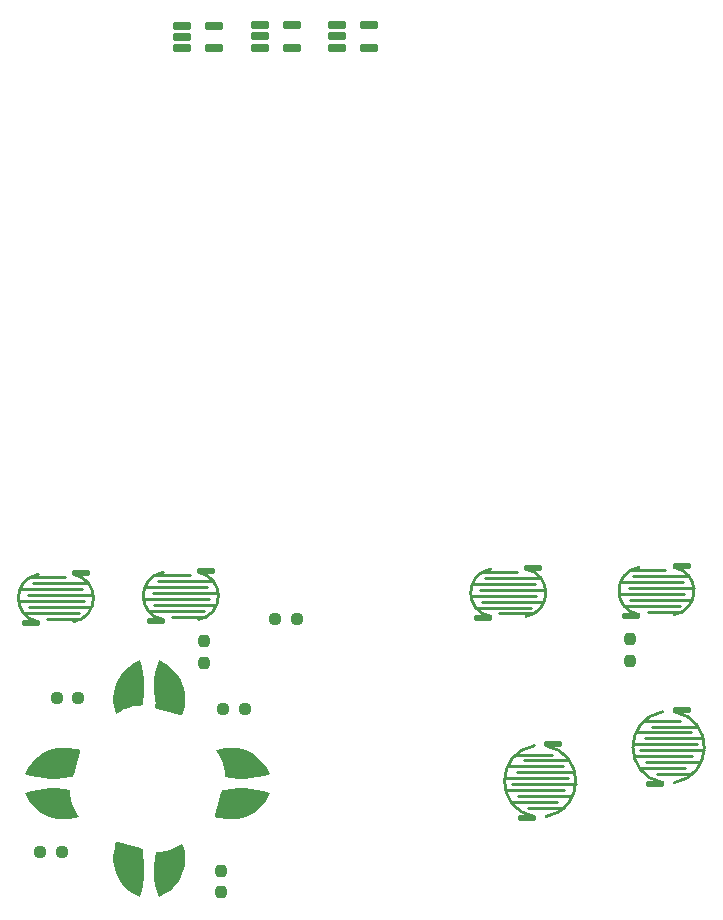
<source format=gbr>
%TF.GenerationSoftware,KiCad,Pcbnew,8.0.7*%
%TF.CreationDate,2025-01-02T12:18:16+01:00*%
%TF.ProjectId,redroid_go,72656472-6f69-4645-9f67-6f2e6b696361,rev?*%
%TF.SameCoordinates,Original*%
%TF.FileFunction,Paste,Top*%
%TF.FilePolarity,Positive*%
%FSLAX46Y46*%
G04 Gerber Fmt 4.6, Leading zero omitted, Abs format (unit mm)*
G04 Created by KiCad (PCBNEW 8.0.7) date 2025-01-02 12:18:16*
%MOMM*%
%LPD*%
G01*
G04 APERTURE LIST*
G04 Aperture macros list*
%AMRoundRect*
0 Rectangle with rounded corners*
0 $1 Rounding radius*
0 $2 $3 $4 $5 $6 $7 $8 $9 X,Y pos of 4 corners*
0 Add a 4 corners polygon primitive as box body*
4,1,4,$2,$3,$4,$5,$6,$7,$8,$9,$2,$3,0*
0 Add four circle primitives for the rounded corners*
1,1,$1+$1,$2,$3*
1,1,$1+$1,$4,$5*
1,1,$1+$1,$6,$7*
1,1,$1+$1,$8,$9*
0 Add four rect primitives between the rounded corners*
20,1,$1+$1,$2,$3,$4,$5,0*
20,1,$1+$1,$4,$5,$6,$7,0*
20,1,$1+$1,$6,$7,$8,$9,0*
20,1,$1+$1,$8,$9,$2,$3,0*%
G04 Aperture macros list end*
%ADD10C,0.000000*%
%ADD11C,0.254000*%
%ADD12RoundRect,0.250000X-0.258809X-0.965928X0.258829X0.965923X0.258809X0.965928X-0.258829X-0.965923X0*%
%ADD13RoundRect,0.250000X-0.258829X0.965923X0.258809X-0.965928X0.258829X-0.965923X-0.258809X0.965928X0*%
%ADD14RoundRect,0.250000X0.965923X0.258829X-0.965928X-0.258809X-0.965923X-0.258829X0.965928X0.258809X0*%
%ADD15RoundRect,0.250000X-0.965928X0.258809X0.965923X-0.258829X0.965928X-0.258809X-0.965923X0.258829X0*%
%ADD16RoundRect,0.250000X0.965928X-0.258809X-0.965923X0.258829X-0.965928X0.258809X0.965923X-0.258829X0*%
%ADD17RoundRect,0.250000X-0.965923X-0.258829X0.965928X0.258809X0.965923X0.258829X-0.965928X-0.258809X0*%
%ADD18RoundRect,0.127000X-0.623000X-0.127000X0.623000X-0.127000X0.623000X0.127000X-0.623000X0.127000X0*%
%ADD19RoundRect,0.127000X0.623000X0.127000X-0.623000X0.127000X-0.623000X-0.127000X0.623000X-0.127000X0*%
%ADD20RoundRect,0.237500X-0.237500X0.250000X-0.237500X-0.250000X0.237500X-0.250000X0.237500X0.250000X0*%
%ADD21RoundRect,0.250000X0.258809X0.965928X-0.258829X-0.965923X-0.258809X-0.965928X0.258829X0.965923X0*%
%ADD22RoundRect,0.250000X0.258829X-0.965923X-0.258809X0.965928X-0.258829X0.965923X0.258809X-0.965928X0*%
%ADD23RoundRect,0.237500X-0.250000X-0.237500X0.250000X-0.237500X0.250000X0.237500X-0.250000X0.237500X0*%
%ADD24RoundRect,0.162500X-0.617500X-0.162500X0.617500X-0.162500X0.617500X0.162500X-0.617500X0.162500X0*%
%ADD25RoundRect,0.237500X0.237500X-0.250000X0.237500X0.250000X-0.237500X0.250000X-0.237500X-0.250000X0*%
%ADD26RoundRect,0.237500X0.250000X0.237500X-0.250000X0.237500X-0.250000X-0.237500X0.250000X-0.237500X0*%
G04 APERTURE END LIST*
D10*
%TO.C,SW3*%
G36*
X137573519Y-118106934D02*
G01*
X138661584Y-118238609D01*
X138703905Y-118645707D01*
X138779514Y-119037059D01*
X138888949Y-119420346D01*
X139031377Y-119792643D01*
X139205702Y-120151095D01*
X139419086Y-120507141D01*
X139056735Y-120625139D01*
X138698970Y-120701429D01*
X138335189Y-120739905D01*
X137969381Y-120740144D01*
X137605551Y-120702145D01*
X137247686Y-120626323D01*
X136899707Y-120513510D01*
X136565427Y-120364941D01*
X136248507Y-120182243D01*
X135952420Y-119967421D01*
X135680411Y-119722824D01*
X135435460Y-119451136D01*
X135220052Y-119155060D01*
X134881763Y-118492204D01*
X135416949Y-118331933D01*
X135948200Y-118215272D01*
X136486684Y-118138636D01*
X137029389Y-118102456D01*
X137573519Y-118106934D01*
G37*
G36*
X138335189Y-114660095D02*
G01*
X138698970Y-114698571D01*
X139056735Y-114774861D01*
X139419086Y-114892859D01*
X139205702Y-115248905D01*
X139031377Y-115607357D01*
X138888949Y-115979654D01*
X138779514Y-116362941D01*
X138703905Y-116754293D01*
X138661584Y-117161391D01*
X137573519Y-117293066D01*
X137029389Y-117297544D01*
X136486684Y-117261364D01*
X135948200Y-117184728D01*
X135416949Y-117068067D01*
X134881763Y-116907796D01*
X135220052Y-116244940D01*
X135435460Y-115948864D01*
X135680411Y-115677176D01*
X135952420Y-115432579D01*
X136248507Y-115217757D01*
X136565427Y-115035059D01*
X136899707Y-114886490D01*
X137247686Y-114773677D01*
X137605551Y-114697855D01*
X137969381Y-114659856D01*
X138335189Y-114660095D01*
G37*
%TO.C,SW1*%
G36*
X146855060Y-107620052D02*
G01*
X147151136Y-107835460D01*
X147422824Y-108080411D01*
X147667421Y-108352420D01*
X147882243Y-108648507D01*
X148064941Y-108965427D01*
X148213510Y-109299707D01*
X148326323Y-109647686D01*
X148402145Y-110005551D01*
X148440144Y-110369381D01*
X148439905Y-110735189D01*
X148401429Y-111098970D01*
X148325139Y-111456735D01*
X148207141Y-111819086D01*
X147851095Y-111605702D01*
X147492643Y-111431377D01*
X147120346Y-111288949D01*
X146737059Y-111179514D01*
X146345707Y-111103905D01*
X145938609Y-111061584D01*
X145806934Y-109973519D01*
X145802456Y-109429389D01*
X145838636Y-108886684D01*
X145915272Y-108348200D01*
X146031933Y-107816949D01*
X146192204Y-107281763D01*
X146855060Y-107620052D01*
G37*
G36*
X144768067Y-107816949D02*
G01*
X144884728Y-108348200D01*
X144961364Y-108886684D01*
X144997544Y-109429389D01*
X144993066Y-109973519D01*
X144861391Y-111061584D01*
X144454293Y-111103905D01*
X144062941Y-111179514D01*
X143679654Y-111288949D01*
X143307357Y-111431377D01*
X142948905Y-111605702D01*
X142592859Y-111819086D01*
X142474861Y-111456735D01*
X142398571Y-111098970D01*
X142360095Y-110735189D01*
X142359856Y-110369381D01*
X142397855Y-110005551D01*
X142473677Y-109647686D01*
X142586490Y-109299707D01*
X142735059Y-108965427D01*
X142917757Y-108648507D01*
X143132579Y-108352420D01*
X143377176Y-108080411D01*
X143648864Y-107835460D01*
X143944940Y-107620052D01*
X144607796Y-107281763D01*
X144768067Y-107816949D01*
G37*
%TO.C,SW2*%
G36*
X142948905Y-122994298D02*
G01*
X143307357Y-123168623D01*
X143679654Y-123311051D01*
X144062941Y-123420486D01*
X144454293Y-123496095D01*
X144861391Y-123538416D01*
X144993066Y-124626481D01*
X144997544Y-125170611D01*
X144961364Y-125713316D01*
X144884728Y-126251800D01*
X144768067Y-126783051D01*
X144607796Y-127318237D01*
X143944940Y-126979948D01*
X143648864Y-126764540D01*
X143377176Y-126519589D01*
X143132579Y-126247580D01*
X142917757Y-125951493D01*
X142735059Y-125634573D01*
X142586490Y-125300293D01*
X142473677Y-124952314D01*
X142397855Y-124594449D01*
X142359856Y-124230619D01*
X142360095Y-123864811D01*
X142398571Y-123501030D01*
X142474861Y-123143265D01*
X142592859Y-122780914D01*
X142948905Y-122994298D01*
G37*
G36*
X148325139Y-123143265D02*
G01*
X148401429Y-123501030D01*
X148439905Y-123864811D01*
X148440144Y-124230619D01*
X148402145Y-124594449D01*
X148326323Y-124952314D01*
X148213510Y-125300293D01*
X148064941Y-125634573D01*
X147882243Y-125951493D01*
X147667421Y-126247580D01*
X147422824Y-126519589D01*
X147151136Y-126764540D01*
X146855060Y-126979948D01*
X146192204Y-127318237D01*
X146031933Y-126783051D01*
X145915272Y-126251800D01*
X145838636Y-125713316D01*
X145802456Y-125170611D01*
X145806934Y-124626481D01*
X145938609Y-123538416D01*
X146345707Y-123496095D01*
X146737059Y-123420486D01*
X147120346Y-123311051D01*
X147492643Y-123168623D01*
X147851095Y-122994298D01*
X148207141Y-122780914D01*
X148325139Y-123143265D01*
G37*
D11*
%TO.C,SW8*%
X189100000Y-99650000D02*
X186200000Y-99650000D01*
X190300000Y-102650000D02*
X185600000Y-102650000D01*
X190500000Y-103150000D02*
X187600000Y-103150000D01*
X190600000Y-100650000D02*
X185400000Y-100650000D01*
X190700000Y-101650000D02*
X185300000Y-101650000D01*
X191100000Y-100150000D02*
X186400000Y-100150000D01*
X191300000Y-102150000D02*
X186100000Y-102150000D01*
X191500000Y-101150000D02*
X186000000Y-101150000D01*
X186850000Y-103400000D02*
G75*
G02*
X186850000Y-99400000I352654J2000000D01*
G01*
X189850000Y-99400000D02*
G75*
G02*
X189850000Y-103400000I-352654J-2000000D01*
G01*
%TO.C,SW9*%
X175500000Y-117250000D02*
X180900000Y-117250000D01*
X176100000Y-119250000D02*
X179900000Y-119250000D01*
X176500000Y-116750000D02*
X181400000Y-116750000D01*
X176600000Y-118750000D02*
X181200000Y-118750000D01*
X177500000Y-119750000D02*
X180500000Y-119750000D01*
X179500000Y-115250000D02*
X176500000Y-115250000D01*
X180400000Y-116250000D02*
X175800000Y-116250000D01*
X180500000Y-118250000D02*
X175600000Y-118250000D01*
X180900000Y-115750000D02*
X177100000Y-115750000D01*
X181500000Y-117750000D02*
X176100000Y-117750000D01*
X178000000Y-120500000D02*
G75*
G02*
X177999998Y-114500000I528980J3000000D01*
G01*
X179000000Y-114500000D02*
G75*
G02*
X179000002Y-120500000I-528980J-3000000D01*
G01*
%TO.C,SW7*%
X176550000Y-99800000D02*
X173650000Y-99800000D01*
X177750000Y-102800000D02*
X173050000Y-102800000D01*
X177950000Y-103300000D02*
X175050000Y-103300000D01*
X178050000Y-100800000D02*
X172850000Y-100800000D01*
X178150000Y-101800000D02*
X172750000Y-101800000D01*
X178550000Y-100300000D02*
X173850000Y-100300000D01*
X178750000Y-102300000D02*
X173550000Y-102300000D01*
X178950000Y-101300000D02*
X173450000Y-101300000D01*
X174300000Y-103550000D02*
G75*
G02*
X174300000Y-99550000I352654J2000000D01*
G01*
X177300000Y-99550000D02*
G75*
G02*
X177300000Y-103550000I-352654J-2000000D01*
G01*
D10*
%TO.C,SW4*%
G36*
X154013316Y-118138636D02*
G01*
X154551800Y-118215272D01*
X155083051Y-118331933D01*
X155618237Y-118492204D01*
X155279948Y-119155060D01*
X155064540Y-119451136D01*
X154819589Y-119722824D01*
X154547580Y-119967421D01*
X154251493Y-120182243D01*
X153934573Y-120364941D01*
X153600293Y-120513510D01*
X153252314Y-120626323D01*
X152894449Y-120702145D01*
X152530619Y-120740144D01*
X152164811Y-120739905D01*
X151801030Y-120701429D01*
X151443265Y-120625139D01*
X151080914Y-120507141D01*
X151294298Y-120151095D01*
X151468623Y-119792643D01*
X151611051Y-119420346D01*
X151720486Y-119037059D01*
X151796095Y-118645707D01*
X151838416Y-118238609D01*
X152926481Y-118106934D01*
X153470611Y-118102456D01*
X154013316Y-118138636D01*
G37*
G36*
X152894449Y-114697855D02*
G01*
X153252314Y-114773677D01*
X153600293Y-114886490D01*
X153934573Y-115035059D01*
X154251493Y-115217757D01*
X154547580Y-115432579D01*
X154819589Y-115677176D01*
X155064540Y-115948864D01*
X155279948Y-116244940D01*
X155618237Y-116907796D01*
X155083051Y-117068067D01*
X154551800Y-117184728D01*
X154013316Y-117261364D01*
X153470611Y-117297544D01*
X152926481Y-117293066D01*
X151838416Y-117161391D01*
X151796095Y-116754293D01*
X151720486Y-116362941D01*
X151611051Y-115979654D01*
X151468623Y-115607357D01*
X151294298Y-115248905D01*
X151080914Y-114892859D01*
X151443265Y-114774861D01*
X151801030Y-114698571D01*
X152164811Y-114660095D01*
X152530619Y-114659856D01*
X152894449Y-114697855D01*
G37*
D11*
%TO.C,SW5*%
X138250000Y-100250000D02*
X135350000Y-100250000D01*
X139450000Y-103250000D02*
X134750000Y-103250000D01*
X139650000Y-103750000D02*
X136750000Y-103750000D01*
X139750000Y-101250000D02*
X134550000Y-101250000D01*
X139850000Y-102250000D02*
X134450000Y-102250000D01*
X140250000Y-100750000D02*
X135550000Y-100750000D01*
X140450000Y-102750000D02*
X135250000Y-102750000D01*
X140650000Y-101750000D02*
X135150000Y-101750000D01*
X136000000Y-104000000D02*
G75*
G02*
X136000000Y-100000000I352654J2000000D01*
G01*
X139000000Y-100000000D02*
G75*
G02*
X139000000Y-104000000I-352654J-2000000D01*
G01*
%TO.C,SW10*%
X186375000Y-114375000D02*
X191775000Y-114375000D01*
X186975000Y-116375000D02*
X190775000Y-116375000D01*
X187375000Y-113875000D02*
X192275000Y-113875000D01*
X187475000Y-115875000D02*
X192075000Y-115875000D01*
X188375000Y-116875000D02*
X191375000Y-116875000D01*
X190375000Y-112375000D02*
X187375000Y-112375000D01*
X191275000Y-113375000D02*
X186675000Y-113375000D01*
X191375000Y-115375000D02*
X186475000Y-115375000D01*
X191775000Y-112875000D02*
X187975000Y-112875000D01*
X192375000Y-114875000D02*
X186975000Y-114875000D01*
X188875000Y-117625000D02*
G75*
G02*
X188874998Y-111625000I528980J3000000D01*
G01*
X189875000Y-111625000D02*
G75*
G02*
X189875002Y-117625000I-528980J-3000000D01*
G01*
%TO.C,SW6*%
X148825000Y-100075000D02*
X145925000Y-100075000D01*
X150025000Y-103075000D02*
X145325000Y-103075000D01*
X150225000Y-103575000D02*
X147325000Y-103575000D01*
X150325000Y-101075000D02*
X145125000Y-101075000D01*
X150425000Y-102075000D02*
X145025000Y-102075000D01*
X150825000Y-100575000D02*
X146125000Y-100575000D01*
X151025000Y-102575000D02*
X145825000Y-102575000D01*
X151225000Y-101575000D02*
X145725000Y-101575000D01*
X146575000Y-103825000D02*
G75*
G02*
X146575000Y-99825000I352654J2000000D01*
G01*
X149575000Y-99825000D02*
G75*
G02*
X149575000Y-103825000I-352654J-2000000D01*
G01*
%TD*%
D12*
%TO.C,SW3*%
X139000000Y-116000000D03*
D13*
X138000000Y-119400000D03*
%TD*%
D14*
%TO.C,SW1*%
X143700000Y-110400000D03*
D15*
X147100000Y-111400000D03*
%TD*%
D16*
%TO.C,SW2*%
X143700000Y-123200000D03*
D17*
X147100000Y-124200000D03*
%TD*%
D18*
%TO.C,SW8*%
X190475000Y-99275000D03*
D19*
X186225000Y-103525000D03*
%TD*%
D20*
%TO.C,R15*%
X186100000Y-105487500D03*
X186100000Y-107312500D03*
%TD*%
D18*
%TO.C,SW9*%
X179625000Y-114375000D03*
D19*
X177375000Y-120625000D03*
%TD*%
D18*
%TO.C,SW7*%
X177925000Y-99425000D03*
D19*
X173675000Y-103675000D03*
%TD*%
D21*
%TO.C,SW4*%
X151500000Y-119400000D03*
D22*
X152500000Y-116000000D03*
%TD*%
D18*
%TO.C,SW5*%
X139625000Y-99875000D03*
D19*
X135375000Y-104125000D03*
%TD*%
D23*
%TO.C,R13*%
X137587500Y-110500000D03*
X139412500Y-110500000D03*
%TD*%
D18*
%TO.C,SW10*%
X190500000Y-111500000D03*
D19*
X188250000Y-117750000D03*
%TD*%
D18*
%TO.C,SW6*%
X150200000Y-99700000D03*
D19*
X145950000Y-103950000D03*
%TD*%
D24*
%TO.C,U9*%
X148150000Y-53550000D03*
X148150000Y-54500000D03*
X148150000Y-55450000D03*
X150850000Y-55450000D03*
X150850000Y-53550000D03*
%TD*%
D23*
%TO.C,R11*%
X151675000Y-111412500D03*
X153500000Y-111412500D03*
%TD*%
D25*
%TO.C,R12*%
X151500000Y-126912500D03*
X151500000Y-125087500D03*
%TD*%
D20*
%TO.C,R16*%
X150000000Y-105675000D03*
X150000000Y-107500000D03*
%TD*%
D23*
%TO.C,R14*%
X136175000Y-123500000D03*
X138000000Y-123500000D03*
%TD*%
D24*
%TO.C,U8*%
X154800000Y-53500000D03*
X154800000Y-54450000D03*
X154800000Y-55400000D03*
X157500000Y-55400000D03*
X157500000Y-53500000D03*
%TD*%
%TO.C,U7*%
X161300000Y-53500000D03*
X161300000Y-54450000D03*
X161300000Y-55400000D03*
X164000000Y-55400000D03*
X164000000Y-53500000D03*
%TD*%
D26*
%TO.C,R18*%
X157912500Y-103750000D03*
X156087500Y-103750000D03*
%TD*%
M02*

</source>
